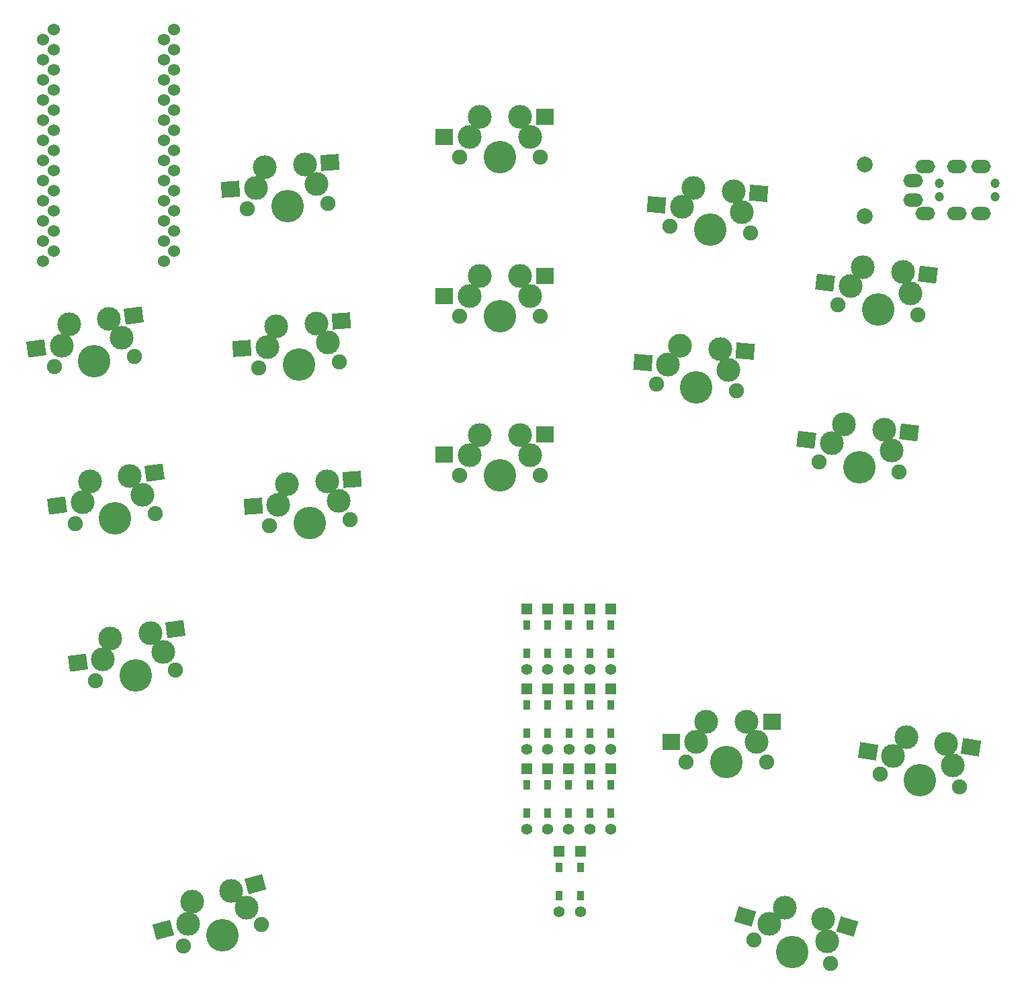
<source format=gbr>
%TF.GenerationSoftware,KiCad,Pcbnew,7.0.7*%
%TF.CreationDate,2024-05-22T00:05:12+09:00*%
%TF.ProjectId,hmproto34,686d7072-6f74-46f3-9334-2e6b69636164,rev?*%
%TF.SameCoordinates,Original*%
%TF.FileFunction,Soldermask,Bot*%
%TF.FilePolarity,Negative*%
%FSLAX46Y46*%
G04 Gerber Fmt 4.6, Leading zero omitted, Abs format (unit mm)*
G04 Created by KiCad (PCBNEW 7.0.7) date 2024-05-22 00:05:12*
%MOMM*%
%LPD*%
G01*
G04 APERTURE LIST*
G04 Aperture macros list*
%AMRotRect*
0 Rectangle, with rotation*
0 The origin of the aperture is its center*
0 $1 length*
0 $2 width*
0 $3 Rotation angle, in degrees counterclockwise*
0 Add horizontal line*
21,1,$1,$2,0,0,$3*%
G04 Aperture macros list end*
%ADD10C,2.000000*%
%ADD11R,1.397000X1.397000*%
%ADD12R,0.950000X1.300000*%
%ADD13C,1.397000*%
%ADD14C,1.900000*%
%ADD15C,3.000000*%
%ADD16C,4.100000*%
%ADD17R,2.300000X2.000000*%
%ADD18RotRect,2.300000X2.000000X184.000000*%
%ADD19RotRect,2.300000X2.000000X173.000000*%
%ADD20RotRect,2.300000X2.000000X195.000000*%
%ADD21RotRect,2.300000X2.000000X163.000000*%
%ADD22RotRect,2.300000X2.000000X175.000000*%
%ADD23RotRect,2.300000X2.000000X187.500000*%
%ADD24C,1.200000*%
%ADD25O,2.500000X1.700000*%
%ADD26C,1.524000*%
%ADD27RotRect,2.300000X2.000000X171.000000*%
G04 APERTURE END LIST*
D10*
%TO.C,SW20*%
X119910000Y-36665000D03*
X119910000Y-30165000D03*
%TD*%
D11*
%TO.C,D2*%
X79980000Y-86250000D03*
D12*
X79980000Y-88285000D03*
X79980000Y-91835000D03*
D13*
X79980000Y-93870000D03*
%TD*%
D14*
%TO.C,SW8*%
X68864132Y-49335576D03*
D15*
X70134132Y-46795576D03*
X71404132Y-44255576D03*
D16*
X73944132Y-49335576D03*
D15*
X76484132Y-44255576D03*
X77754132Y-46795575D03*
D14*
X79024132Y-49335576D03*
D17*
X66944132Y-46755576D03*
X79644132Y-44215576D03*
%TD*%
D14*
%TO.C,SW12*%
X44936507Y-75719939D03*
D15*
X46026232Y-73097535D03*
X47115956Y-70475132D03*
D16*
X50004132Y-75365576D03*
D15*
X52183582Y-70120769D03*
X53627670Y-72565990D03*
D14*
X55071757Y-75011213D03*
D18*
X42841212Y-73280156D03*
X55333094Y-69860436D03*
%TD*%
D11*
%TO.C,D15*%
X87910000Y-106410000D03*
D12*
X87910000Y-108445000D03*
X87910000Y-111995000D03*
D13*
X87910000Y-114030000D03*
%TD*%
D14*
%TO.C,SW10*%
X114181998Y-67726480D03*
D15*
X115752079Y-65360187D03*
X117322161Y-62993893D03*
D16*
X119224132Y-68345576D03*
D15*
X122364295Y-63612990D03*
X123315281Y-66288830D03*
D14*
X124266266Y-68964672D03*
D19*
X112590732Y-64931722D03*
X125505616Y-63958395D03*
%TD*%
D11*
%TO.C,D14*%
X85260000Y-106410000D03*
D12*
X85260000Y-108445000D03*
X85260000Y-111995000D03*
D13*
X85260000Y-114030000D03*
%TD*%
D14*
%TO.C,SW7*%
X43566507Y-55809939D03*
D15*
X44656232Y-53187535D03*
X45745956Y-50565132D03*
D16*
X48634132Y-55455576D03*
D15*
X50813582Y-50210769D03*
X52257670Y-52655990D03*
D14*
X53701757Y-55101213D03*
D18*
X41471212Y-53370156D03*
X53963094Y-49950436D03*
%TD*%
D11*
%TO.C,D9*%
X85290000Y-96335000D03*
D12*
X85290000Y-98370000D03*
X85290000Y-101920000D03*
D13*
X85290000Y-103955000D03*
%TD*%
D11*
%TO.C,D17*%
X84070000Y-116780000D03*
D12*
X84070000Y-118815000D03*
X84070000Y-122365000D03*
D13*
X84070000Y-124400000D03*
%TD*%
D14*
%TO.C,SW16*%
X34077229Y-128700377D03*
D15*
X34646554Y-125918225D03*
X35215880Y-123136073D03*
D16*
X38984132Y-127385576D03*
D15*
X40122783Y-121821272D03*
X42006909Y-123946023D03*
D14*
X43891035Y-126070775D03*
D20*
X31554898Y-126705221D03*
X43164756Y-120964767D03*
%TD*%
D14*
%TO.C,SW17*%
X105916104Y-128010328D03*
D15*
X107873235Y-125952626D03*
X109830366Y-123894924D03*
D16*
X110774132Y-129495576D03*
D15*
X114688394Y-125380172D03*
X115160278Y-128180497D03*
D14*
X115632160Y-130980824D03*
D21*
X104834318Y-124981708D03*
X117722012Y-126265814D03*
%TD*%
D11*
%TO.C,D5*%
X87930000Y-86250000D03*
D12*
X87930000Y-88285000D03*
X87930000Y-91835000D03*
D13*
X87930000Y-93870000D03*
%TD*%
D14*
%TO.C,SW9*%
X93653463Y-57862825D03*
D15*
X95140006Y-55443178D03*
X96626549Y-53023531D03*
D16*
X98714132Y-58305576D03*
D15*
X101687218Y-53466283D03*
X102731009Y-56107304D03*
D14*
X103774801Y-58748327D03*
D22*
X91965631Y-55125303D03*
X104838679Y-53701847D03*
%TD*%
D14*
%TO.C,SW6*%
X20427592Y-75498649D03*
D15*
X21355191Y-72814611D03*
X22282789Y-70130573D03*
D16*
X25464132Y-74835576D03*
D15*
X27319329Y-69467500D03*
X28910000Y-71820000D03*
D14*
X30500672Y-74172503D03*
D23*
X18187260Y-73191332D03*
X30447074Y-69015379D03*
%TD*%
D11*
%TO.C,D16*%
X81420000Y-116780000D03*
D12*
X81420000Y-118815000D03*
X81420000Y-122365000D03*
D13*
X81420000Y-124400000D03*
%TD*%
D11*
%TO.C,D6*%
X77340000Y-96335000D03*
D12*
X77340000Y-98370000D03*
X77340000Y-101920000D03*
D13*
X77340000Y-103955000D03*
%TD*%
D14*
%TO.C,SW2*%
X42126507Y-35789939D03*
D15*
X43216232Y-33167535D03*
X44305956Y-30545132D03*
D16*
X47194132Y-35435576D03*
D15*
X49373582Y-30190769D03*
X50817670Y-32635990D03*
D14*
X52261757Y-35081213D03*
D18*
X40031212Y-33350156D03*
X52523094Y-29930436D03*
%TD*%
D24*
%TO.C,J1*%
X136340000Y-32540000D03*
X129340000Y-32540000D03*
X136340000Y-34290000D03*
X129340000Y-34290000D03*
D25*
X126040000Y-32190000D03*
X126040000Y-34640000D03*
X134540000Y-30440000D03*
X134540000Y-36390000D03*
X131540000Y-30440000D03*
X131540000Y-36390000D03*
X127540000Y-30440000D03*
X127540000Y-36390000D03*
%TD*%
D26*
%TO.C,U1*%
X16370000Y-14480000D03*
X32916400Y-13210000D03*
X16370000Y-17020000D03*
X32916400Y-15750000D03*
X16370000Y-19560000D03*
X32916400Y-18290000D03*
X16370000Y-22100000D03*
X32916400Y-20830000D03*
X16370000Y-24640000D03*
X32916400Y-23370000D03*
X16370000Y-27180000D03*
X32916400Y-25910000D03*
X16370000Y-29720000D03*
X32916400Y-28450000D03*
X16370000Y-32260000D03*
X32916400Y-30990000D03*
X16370000Y-34800000D03*
X32916400Y-33530000D03*
X16370000Y-37340000D03*
X32916400Y-36070000D03*
X16370000Y-39880000D03*
X32916400Y-38610000D03*
X16370000Y-42420000D03*
X32916400Y-41150000D03*
X17696400Y-41150000D03*
X31610000Y-42420000D03*
X17696400Y-38610000D03*
X31610000Y-39880000D03*
X17696400Y-36070000D03*
X31610000Y-37340000D03*
X17696400Y-33530000D03*
X31610000Y-34800000D03*
X17696400Y-30990000D03*
X31610000Y-32260000D03*
X17696400Y-28450000D03*
X31610000Y-29720000D03*
X17696400Y-25910000D03*
X31610000Y-27180000D03*
X17696400Y-23370000D03*
X31610000Y-24640000D03*
X17696400Y-20830000D03*
X31610000Y-22100000D03*
X17696400Y-18290000D03*
X31610000Y-19560000D03*
X17696400Y-15750000D03*
X31610000Y-17020000D03*
X17696400Y-13210000D03*
X31610000Y-14480000D03*
%TD*%
D14*
%TO.C,SW14*%
X97434132Y-105545576D03*
D15*
X98704132Y-103005576D03*
X99974132Y-100465576D03*
D16*
X102514132Y-105545576D03*
D15*
X105054132Y-100465576D03*
X106324132Y-103005575D03*
D14*
X107594132Y-105545576D03*
D17*
X95514132Y-102965576D03*
X108214132Y-100425576D03*
%TD*%
D14*
%TO.C,SW3*%
X68844132Y-29295576D03*
D15*
X70114132Y-26755576D03*
X71384132Y-24215576D03*
D16*
X73924132Y-29295576D03*
D15*
X76464132Y-24215576D03*
X77734132Y-26755575D03*
D14*
X79004132Y-29295576D03*
D17*
X66924132Y-26715576D03*
X79624132Y-24175576D03*
%TD*%
D14*
%TO.C,SW4*%
X95373463Y-37972825D03*
D15*
X96860006Y-35553178D03*
X98346549Y-33133531D03*
D16*
X100434132Y-38415576D03*
D15*
X103407218Y-33576283D03*
X104451009Y-36217304D03*
D14*
X105494801Y-38858327D03*
D22*
X93685631Y-35235303D03*
X106558679Y-33811847D03*
%TD*%
D14*
%TO.C,SW11*%
X23017592Y-95298649D03*
D15*
X23945191Y-92614611D03*
X24872789Y-89930573D03*
D16*
X28054132Y-94635576D03*
D15*
X29909329Y-89267500D03*
X31500000Y-91620000D03*
D14*
X33090672Y-93972503D03*
D23*
X20777260Y-92991332D03*
X33037074Y-88815379D03*
%TD*%
D11*
%TO.C,D4*%
X85280000Y-86250000D03*
D12*
X85280000Y-88285000D03*
X85280000Y-91835000D03*
D13*
X85280000Y-93870000D03*
%TD*%
D14*
%TO.C,SW13*%
X68874132Y-69345576D03*
D15*
X70144132Y-66805576D03*
X71414132Y-64265576D03*
D16*
X73954132Y-69345576D03*
D15*
X76494132Y-64265576D03*
X77764132Y-66805575D03*
D14*
X79034132Y-69345576D03*
D17*
X66954132Y-66765576D03*
X79654132Y-64225576D03*
%TD*%
D11*
%TO.C,D12*%
X79960000Y-106410000D03*
D12*
X79960000Y-108445000D03*
X79960000Y-111995000D03*
D13*
X79960000Y-114030000D03*
%TD*%
D14*
%TO.C,SW5*%
X116551998Y-47876480D03*
D15*
X118122079Y-45510187D03*
X119692161Y-43143893D03*
D16*
X121594132Y-48495576D03*
D15*
X124734295Y-43762990D03*
X125685281Y-46438830D03*
D14*
X126636266Y-49114672D03*
D19*
X114960732Y-45081722D03*
X127875616Y-44108395D03*
%TD*%
D11*
%TO.C,D7*%
X79990000Y-96335000D03*
D12*
X79990000Y-98370000D03*
X79990000Y-101920000D03*
D13*
X79990000Y-103955000D03*
%TD*%
D14*
%TO.C,SW1*%
X17797592Y-55688649D03*
D15*
X18725191Y-53004611D03*
X19652789Y-50320573D03*
D16*
X22834132Y-55025576D03*
D15*
X24689329Y-49657500D03*
X26280000Y-52010000D03*
D14*
X27870672Y-54362503D03*
D23*
X15557260Y-53381332D03*
X27817074Y-49205379D03*
%TD*%
D11*
%TO.C,D10*%
X87940000Y-96335000D03*
D12*
X87940000Y-98370000D03*
X87940000Y-101920000D03*
D13*
X87940000Y-103955000D03*
%TD*%
D11*
%TO.C,D1*%
X77330000Y-86250000D03*
D12*
X77330000Y-88285000D03*
X77330000Y-91835000D03*
D13*
X77330000Y-93870000D03*
%TD*%
D11*
%TO.C,D13*%
X82610000Y-106410000D03*
D12*
X82610000Y-108445000D03*
X82610000Y-111995000D03*
D13*
X82610000Y-114030000D03*
%TD*%
D14*
%TO.C,SW15*%
X121866675Y-107060889D03*
D15*
X123518383Y-104750832D03*
X125170091Y-102440776D03*
D16*
X126884132Y-107855576D03*
D15*
X130187547Y-103235463D03*
X131044568Y-105942862D03*
D14*
X131901589Y-108650263D03*
D27*
X120373915Y-104212299D03*
X133314900Y-103690288D03*
%TD*%
D11*
%TO.C,D11*%
X77310000Y-106410000D03*
D12*
X77310000Y-108445000D03*
X77310000Y-111995000D03*
D13*
X77310000Y-114030000D03*
%TD*%
D11*
%TO.C,D3*%
X82630000Y-86250000D03*
D12*
X82630000Y-88285000D03*
X82630000Y-91835000D03*
D13*
X82630000Y-93870000D03*
%TD*%
D11*
%TO.C,D8*%
X82640000Y-96335000D03*
D12*
X82640000Y-98370000D03*
X82640000Y-101920000D03*
D13*
X82640000Y-103955000D03*
%TD*%
M02*

</source>
